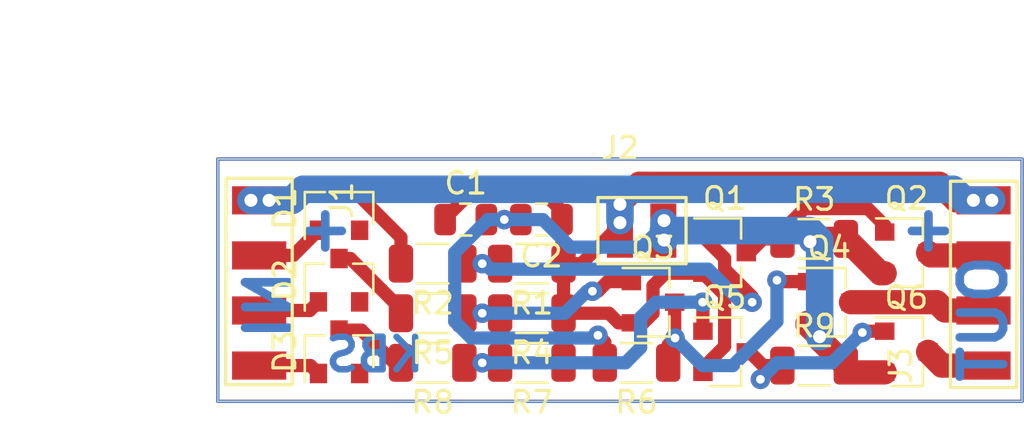
<source format=kicad_pcb>
(kicad_pcb (version 20171130) (host pcbnew 5.1.9-1.fc32)

  (general
    (thickness 1.6)
    (drawings 19)
    (tracks 181)
    (zones 0)
    (modules 23)
    (nets 18)
  )

  (page A4)
  (layers
    (0 F.Cu signal)
    (31 B.Cu signal)
    (32 B.Adhes user hide)
    (33 F.Adhes user hide)
    (34 B.Paste user hide)
    (35 F.Paste user hide)
    (36 B.SilkS user hide)
    (37 F.SilkS user hide)
    (38 B.Mask user hide)
    (39 F.Mask user hide)
    (40 Dwgs.User user)
    (41 Cmts.User user)
    (42 Eco1.User user)
    (43 Eco2.User user)
    (44 Edge.Cuts user)
    (45 Margin user)
    (46 B.CrtYd user)
    (47 F.CrtYd user)
    (48 B.Fab user)
    (49 F.Fab user)
  )

  (setup
    (last_trace_width 0.25)
    (user_trace_width 0.4064)
    (user_trace_width 0.6096)
    (user_trace_width 0.8128)
    (user_trace_width 1.1176)
    (user_trace_width 1.27)
    (user_trace_width 1.6764)
    (trace_clearance 0.2)
    (zone_clearance 0.508)
    (zone_45_only no)
    (trace_min 0.2)
    (via_size 0.8)
    (via_drill 0.4)
    (via_min_size 0.4)
    (via_min_drill 0.3)
    (user_via 0.9 0.4)
    (uvia_size 0.3)
    (uvia_drill 0.1)
    (uvias_allowed no)
    (uvia_min_size 0.2)
    (uvia_min_drill 0.1)
    (edge_width 0.05)
    (segment_width 0.2)
    (pcb_text_width 0.3)
    (pcb_text_size 1.5 1.5)
    (mod_edge_width 0.12)
    (mod_text_size 1 1)
    (mod_text_width 0.15)
    (pad_size 1.524 1.524)
    (pad_drill 0.762)
    (pad_to_mask_clearance 0)
    (aux_axis_origin 0 0)
    (visible_elements FFFDFF7F)
    (pcbplotparams
      (layerselection 0x00000_ffffffff)
      (usegerberextensions false)
      (usegerberattributes true)
      (usegerberadvancedattributes true)
      (creategerberjobfile true)
      (excludeedgelayer true)
      (linewidth 0.100000)
      (plotframeref false)
      (viasonmask true)
      (mode 1)
      (useauxorigin false)
      (hpglpennumber 1)
      (hpglpenspeed 20)
      (hpglpendiameter 15.000000)
      (psnegative false)
      (psa4output false)
      (plotreference true)
      (plotvalue true)
      (plotinvisibletext false)
      (padsonsilk false)
      (subtractmaskfromsilk false)
      (outputformat 4)
      (mirror false)
      (drillshape 1)
      (scaleselection 1)
      (outputdirectory ""))
  )

  (net 0 "")
  (net 1 GND)
  (net 2 +12V)
  (net 3 "Net-(D1-Pad1)")
  (net 4 "Net-(D2-Pad1)")
  (net 5 "Net-(D3-Pad1)")
  (net 6 "Net-(Q1-Pad3)")
  (net 7 "Net-(Q1-Pad1)")
  (net 8 /IN1)
  (net 9 /IN2)
  (net 10 /IN3)
  (net 11 /OUT1)
  (net 12 /OUT2)
  (net 13 /OUT3)
  (net 14 "Net-(Q3-Pad3)")
  (net 15 "Net-(Q3-Pad1)")
  (net 16 "Net-(Q5-Pad1)")
  (net 17 "Net-(Q5-Pad3)")

  (net_class Default "This is the default net class."
    (clearance 0.2)
    (trace_width 0.25)
    (via_dia 0.8)
    (via_drill 0.4)
    (uvia_dia 0.3)
    (uvia_drill 0.1)
    (add_net +12V)
    (add_net /IN1)
    (add_net /IN2)
    (add_net /IN3)
    (add_net /OUT1)
    (add_net /OUT2)
    (add_net /OUT3)
    (add_net GND)
    (add_net "Net-(D1-Pad1)")
    (add_net "Net-(D2-Pad1)")
    (add_net "Net-(D3-Pad1)")
    (add_net "Net-(Q1-Pad1)")
    (add_net "Net-(Q1-Pad3)")
    (add_net "Net-(Q3-Pad1)")
    (add_net "Net-(Q3-Pad3)")
    (add_net "Net-(Q5-Pad1)")
    (add_net "Net-(Q5-Pad3)")
  )

  (module Package_TO_SOT_SMD:SOT-23 (layer F.Cu) (tedit 5A02FF57) (tstamp 60294920)
    (at 178.054 134.366)
    (descr "SOT-23, Standard")
    (tags SOT-23)
    (path /60341AD6)
    (attr smd)
    (fp_text reference Q4 (at 0 -2.5) (layer F.SilkS)
      (effects (font (size 1 1) (thickness 0.15)))
    )
    (fp_text value AO3400A (at 0 2.5) (layer F.Fab)
      (effects (font (size 1 1) (thickness 0.15)))
    )
    (fp_line (start -0.7 -0.95) (end -0.7 1.5) (layer F.Fab) (width 0.1))
    (fp_line (start -0.15 -1.52) (end 0.7 -1.52) (layer F.Fab) (width 0.1))
    (fp_line (start -0.7 -0.95) (end -0.15 -1.52) (layer F.Fab) (width 0.1))
    (fp_line (start 0.7 -1.52) (end 0.7 1.52) (layer F.Fab) (width 0.1))
    (fp_line (start -0.7 1.52) (end 0.7 1.52) (layer F.Fab) (width 0.1))
    (fp_line (start 0.76 1.58) (end 0.76 0.65) (layer F.SilkS) (width 0.12))
    (fp_line (start 0.76 -1.58) (end 0.76 -0.65) (layer F.SilkS) (width 0.12))
    (fp_line (start -1.7 -1.75) (end 1.7 -1.75) (layer F.CrtYd) (width 0.05))
    (fp_line (start 1.7 -1.75) (end 1.7 1.75) (layer F.CrtYd) (width 0.05))
    (fp_line (start 1.7 1.75) (end -1.7 1.75) (layer F.CrtYd) (width 0.05))
    (fp_line (start -1.7 1.75) (end -1.7 -1.75) (layer F.CrtYd) (width 0.05))
    (fp_line (start 0.76 -1.58) (end -1.4 -1.58) (layer F.SilkS) (width 0.12))
    (fp_line (start 0.76 1.58) (end -0.7 1.58) (layer F.SilkS) (width 0.12))
    (fp_text user %R (at 0 0 90) (layer F.Fab)
      (effects (font (size 0.5 0.5) (thickness 0.075)))
    )
    (pad 1 smd rect (at -1 -0.95) (size 0.9 0.8) (layers F.Cu F.Paste F.Mask)
      (net 14 "Net-(Q3-Pad3)"))
    (pad 2 smd rect (at -1 0.95) (size 0.9 0.8) (layers F.Cu F.Paste F.Mask)
      (net 1 GND))
    (pad 3 smd rect (at 1 0) (size 0.9 0.8) (layers F.Cu F.Paste F.Mask)
      (net 12 /OUT2))
    (model ${KISYS3DMOD}/Package_TO_SOT_SMD.3dshapes/SOT-23.wrl
      (at (xyz 0 0 0))
      (scale (xyz 1 1 1))
      (rotate (xyz 0 0 0))
    )
  )

  (module Resistor_SMD:R_1206_3216Metric (layer F.Cu) (tedit 5F68FEEE) (tstamp 602948CE)
    (at 177.3535 137.287)
    (descr "Resistor SMD 1206 (3216 Metric), square (rectangular) end terminal, IPC_7351 nominal, (Body size source: IPC-SM-782 page 72, https://www.pcb-3d.com/wordpress/wp-content/uploads/ipc-sm-782a_amendment_1_and_2.pdf), generated with kicad-footprint-generator")
    (tags resistor)
    (path /60240F3A)
    (attr smd)
    (fp_text reference R9 (at 0 -1.82) (layer F.SilkS)
      (effects (font (size 1 1) (thickness 0.15)))
    )
    (fp_text value 4k7 (at 0 1.82) (layer F.Fab)
      (effects (font (size 1 1) (thickness 0.15)))
    )
    (fp_line (start -1.6 0.8) (end -1.6 -0.8) (layer F.Fab) (width 0.1))
    (fp_line (start -1.6 -0.8) (end 1.6 -0.8) (layer F.Fab) (width 0.1))
    (fp_line (start 1.6 -0.8) (end 1.6 0.8) (layer F.Fab) (width 0.1))
    (fp_line (start 1.6 0.8) (end -1.6 0.8) (layer F.Fab) (width 0.1))
    (fp_line (start -0.727064 -0.91) (end 0.727064 -0.91) (layer F.SilkS) (width 0.12))
    (fp_line (start -0.727064 0.91) (end 0.727064 0.91) (layer F.SilkS) (width 0.12))
    (fp_line (start -2.28 1.12) (end -2.28 -1.12) (layer F.CrtYd) (width 0.05))
    (fp_line (start -2.28 -1.12) (end 2.28 -1.12) (layer F.CrtYd) (width 0.05))
    (fp_line (start 2.28 -1.12) (end 2.28 1.12) (layer F.CrtYd) (width 0.05))
    (fp_line (start 2.28 1.12) (end -2.28 1.12) (layer F.CrtYd) (width 0.05))
    (fp_text user %R (at 0 0) (layer F.Fab)
      (effects (font (size 0.8 0.8) (thickness 0.12)))
    )
    (pad 2 smd roundrect (at 1.4625 0) (size 1.125 1.75) (layers F.Cu F.Paste F.Mask) (roundrect_rratio 0.2222195555555556)
      (net 1 GND))
    (pad 1 smd roundrect (at -1.4625 0) (size 1.125 1.75) (layers F.Cu F.Paste F.Mask) (roundrect_rratio 0.2222195555555556)
      (net 17 "Net-(Q5-Pad3)"))
    (model ${KISYS3DMOD}/Resistor_SMD.3dshapes/R_1206_3216Metric.wrl
      (at (xyz 0 0 0))
      (scale (xyz 1 1 1))
      (rotate (xyz 0 0 0))
    )
  )

  (module Resistor_SMD:R_1206_3216Metric (layer F.Cu) (tedit 5F68FEEE) (tstamp 601EE431)
    (at 159.766 137.16 180)
    (descr "Resistor SMD 1206 (3216 Metric), square (rectangular) end terminal, IPC_7351 nominal, (Body size source: IPC-SM-782 page 72, https://www.pcb-3d.com/wordpress/wp-content/uploads/ipc-sm-782a_amendment_1_and_2.pdf), generated with kicad-footprint-generator")
    (tags resistor)
    (path /60240EF1)
    (attr smd)
    (fp_text reference R8 (at 0 -1.82) (layer F.SilkS)
      (effects (font (size 1 1) (thickness 0.15)))
    )
    (fp_text value 4k7 (at 0 1.82) (layer F.Fab)
      (effects (font (size 1 1) (thickness 0.15)))
    )
    (fp_line (start -1.6 0.8) (end -1.6 -0.8) (layer F.Fab) (width 0.1))
    (fp_line (start -1.6 -0.8) (end 1.6 -0.8) (layer F.Fab) (width 0.1))
    (fp_line (start 1.6 -0.8) (end 1.6 0.8) (layer F.Fab) (width 0.1))
    (fp_line (start 1.6 0.8) (end -1.6 0.8) (layer F.Fab) (width 0.1))
    (fp_line (start -0.727064 -0.91) (end 0.727064 -0.91) (layer F.SilkS) (width 0.12))
    (fp_line (start -0.727064 0.91) (end 0.727064 0.91) (layer F.SilkS) (width 0.12))
    (fp_line (start -2.28 1.12) (end -2.28 -1.12) (layer F.CrtYd) (width 0.05))
    (fp_line (start -2.28 -1.12) (end 2.28 -1.12) (layer F.CrtYd) (width 0.05))
    (fp_line (start 2.28 -1.12) (end 2.28 1.12) (layer F.CrtYd) (width 0.05))
    (fp_line (start 2.28 1.12) (end -2.28 1.12) (layer F.CrtYd) (width 0.05))
    (fp_text user %R (at 0 0) (layer F.Fab)
      (effects (font (size 0.8 0.8) (thickness 0.12)))
    )
    (pad 2 smd roundrect (at 1.4625 0 180) (size 1.125 1.75) (layers F.Cu F.Paste F.Mask) (roundrect_rratio 0.2222195555555556)
      (net 5 "Net-(D3-Pad1)"))
    (pad 1 smd roundrect (at -1.4625 0 180) (size 1.125 1.75) (layers F.Cu F.Paste F.Mask) (roundrect_rratio 0.2222195555555556)
      (net 16 "Net-(Q5-Pad1)"))
    (model ${KISYS3DMOD}/Resistor_SMD.3dshapes/R_1206_3216Metric.wrl
      (at (xyz 0 0 0))
      (scale (xyz 1 1 1))
      (rotate (xyz 0 0 0))
    )
  )

  (module Resistor_SMD:R_1206_3216Metric (layer F.Cu) (tedit 5F68FEEE) (tstamp 601EE420)
    (at 164.338 137.16 180)
    (descr "Resistor SMD 1206 (3216 Metric), square (rectangular) end terminal, IPC_7351 nominal, (Body size source: IPC-SM-782 page 72, https://www.pcb-3d.com/wordpress/wp-content/uploads/ipc-sm-782a_amendment_1_and_2.pdf), generated with kicad-footprint-generator")
    (tags resistor)
    (path /60240F28)
    (attr smd)
    (fp_text reference R7 (at 0 -1.82) (layer F.SilkS)
      (effects (font (size 1 1) (thickness 0.15)))
    )
    (fp_text value 4k7 (at 0 1.82) (layer F.Fab)
      (effects (font (size 1 1) (thickness 0.15)))
    )
    (fp_line (start -1.6 0.8) (end -1.6 -0.8) (layer F.Fab) (width 0.1))
    (fp_line (start -1.6 -0.8) (end 1.6 -0.8) (layer F.Fab) (width 0.1))
    (fp_line (start 1.6 -0.8) (end 1.6 0.8) (layer F.Fab) (width 0.1))
    (fp_line (start 1.6 0.8) (end -1.6 0.8) (layer F.Fab) (width 0.1))
    (fp_line (start -0.727064 -0.91) (end 0.727064 -0.91) (layer F.SilkS) (width 0.12))
    (fp_line (start -0.727064 0.91) (end 0.727064 0.91) (layer F.SilkS) (width 0.12))
    (fp_line (start -2.28 1.12) (end -2.28 -1.12) (layer F.CrtYd) (width 0.05))
    (fp_line (start -2.28 -1.12) (end 2.28 -1.12) (layer F.CrtYd) (width 0.05))
    (fp_line (start 2.28 -1.12) (end 2.28 1.12) (layer F.CrtYd) (width 0.05))
    (fp_line (start 2.28 1.12) (end -2.28 1.12) (layer F.CrtYd) (width 0.05))
    (fp_text user %R (at 0 0) (layer F.Fab)
      (effects (font (size 0.8 0.8) (thickness 0.12)))
    )
    (pad 2 smd roundrect (at 1.4625 0 180) (size 1.125 1.75) (layers F.Cu F.Paste F.Mask) (roundrect_rratio 0.2222195555555556)
      (net 16 "Net-(Q5-Pad1)"))
    (pad 1 smd roundrect (at -1.4625 0 180) (size 1.125 1.75) (layers F.Cu F.Paste F.Mask) (roundrect_rratio 0.2222195555555556)
      (net 2 +12V))
    (model ${KISYS3DMOD}/Resistor_SMD.3dshapes/R_1206_3216Metric.wrl
      (at (xyz 0 0 0))
      (scale (xyz 1 1 1))
      (rotate (xyz 0 0 0))
    )
  )

  (module Package_TO_SOT_SMD:SOT-23 (layer F.Cu) (tedit 5A02FF57) (tstamp 601EE37F)
    (at 173.228 136.652)
    (descr "SOT-23, Standard")
    (tags SOT-23)
    (path /60240EE7)
    (attr smd)
    (fp_text reference Q5 (at 0 -2.5) (layer F.SilkS)
      (effects (font (size 1 1) (thickness 0.15)))
    )
    (fp_text value MMBT3906 (at 0 2.5) (layer F.Fab)
      (effects (font (size 1 1) (thickness 0.15)))
    )
    (fp_line (start -0.7 -0.95) (end -0.7 1.5) (layer F.Fab) (width 0.1))
    (fp_line (start -0.15 -1.52) (end 0.7 -1.52) (layer F.Fab) (width 0.1))
    (fp_line (start -0.7 -0.95) (end -0.15 -1.52) (layer F.Fab) (width 0.1))
    (fp_line (start 0.7 -1.52) (end 0.7 1.52) (layer F.Fab) (width 0.1))
    (fp_line (start -0.7 1.52) (end 0.7 1.52) (layer F.Fab) (width 0.1))
    (fp_line (start 0.76 1.58) (end 0.76 0.65) (layer F.SilkS) (width 0.12))
    (fp_line (start 0.76 -1.58) (end 0.76 -0.65) (layer F.SilkS) (width 0.12))
    (fp_line (start -1.7 -1.75) (end 1.7 -1.75) (layer F.CrtYd) (width 0.05))
    (fp_line (start 1.7 -1.75) (end 1.7 1.75) (layer F.CrtYd) (width 0.05))
    (fp_line (start 1.7 1.75) (end -1.7 1.75) (layer F.CrtYd) (width 0.05))
    (fp_line (start -1.7 1.75) (end -1.7 -1.75) (layer F.CrtYd) (width 0.05))
    (fp_line (start 0.76 -1.58) (end -1.4 -1.58) (layer F.SilkS) (width 0.12))
    (fp_line (start 0.76 1.58) (end -0.7 1.58) (layer F.SilkS) (width 0.12))
    (fp_text user %R (at 0 0 90) (layer F.Fab)
      (effects (font (size 0.5 0.5) (thickness 0.075)))
    )
    (pad 3 smd rect (at 1 0) (size 0.9 0.8) (layers F.Cu F.Paste F.Mask)
      (net 17 "Net-(Q5-Pad3)"))
    (pad 2 smd rect (at -1 0.95) (size 0.9 0.8) (layers F.Cu F.Paste F.Mask)
      (net 2 +12V))
    (pad 1 smd rect (at -1 -0.95) (size 0.9 0.8) (layers F.Cu F.Paste F.Mask)
      (net 16 "Net-(Q5-Pad1)"))
    (model ${KISYS3DMOD}/Package_TO_SOT_SMD.3dshapes/SOT-23.wrl
      (at (xyz 0 0 0))
      (scale (xyz 1 1 1))
      (rotate (xyz 0 0 0))
    )
  )

  (module libs:solderpad_2 (layer F.Cu) (tedit 5F921DE5) (tstamp 601EF43E)
    (at 168.402 131.064)
    (path /601FF7DA)
    (fp_text reference J2 (at 0 -3.81) (layer F.SilkS)
      (effects (font (size 1 1) (thickness 0.15)))
    )
    (fp_text value sup (at -1.27 -2.54) (layer F.Fab)
      (effects (font (size 1 1) (thickness 0.15)))
    )
    (fp_line (start -1.016 -1.524) (end 3.048 -1.524) (layer F.SilkS) (width 0.15))
    (fp_line (start 3.048 -1.524) (end 3.048 1.524) (layer F.SilkS) (width 0.15))
    (fp_line (start 3.048 1.524) (end -1.016 1.524) (layer F.SilkS) (width 0.15))
    (fp_line (start -1.016 -1.524) (end -1.016 1.524) (layer F.SilkS) (width 0.15))
    (fp_line (start -1.016 -1.524) (end 3.048 -1.524) (layer F.CrtYd) (width 0.12))
    (fp_line (start 3.048 -1.524) (end 3.048 1.524) (layer F.CrtYd) (width 0.12))
    (fp_line (start 3.048 1.524) (end -1.016 1.524) (layer F.CrtYd) (width 0.12))
    (fp_line (start -1.016 1.524) (end -1.016 -1.524) (layer F.CrtYd) (width 0.12))
    (pad 2 smd rect (at 2 0 90) (size 2.5 1.2) (layers F.Cu F.Paste F.Mask)
      (net 1 GND))
    (pad 1 smd rect (at 0 0 90) (size 2.5 1.2) (layers F.Cu F.Paste F.Mask)
      (net 2 +12V))
  )

  (module Capacitor_SMD:C_0805_2012Metric (layer F.Cu) (tedit 5F68FEEE) (tstamp 601EE271)
    (at 164.78 130.556 180)
    (descr "Capacitor SMD 0805 (2012 Metric), square (rectangular) end terminal, IPC_7351 nominal, (Body size source: IPC-SM-782 page 76, https://www.pcb-3d.com/wordpress/wp-content/uploads/ipc-sm-782a_amendment_1_and_2.pdf, https://docs.google.com/spreadsheets/d/1BsfQQcO9C6DZCsRaXUlFlo91Tg2WpOkGARC1WS5S8t0/edit?usp=sharing), generated with kicad-footprint-generator")
    (tags capacitor)
    (path /6021FCB3)
    (attr smd)
    (fp_text reference C2 (at 0 -1.68) (layer F.SilkS)
      (effects (font (size 1 1) (thickness 0.15)))
    )
    (fp_text value 100n (at 0 1.68) (layer F.Fab)
      (effects (font (size 1 1) (thickness 0.15)))
    )
    (fp_line (start -1 0.625) (end -1 -0.625) (layer F.Fab) (width 0.1))
    (fp_line (start -1 -0.625) (end 1 -0.625) (layer F.Fab) (width 0.1))
    (fp_line (start 1 -0.625) (end 1 0.625) (layer F.Fab) (width 0.1))
    (fp_line (start 1 0.625) (end -1 0.625) (layer F.Fab) (width 0.1))
    (fp_line (start -0.261252 -0.735) (end 0.261252 -0.735) (layer F.SilkS) (width 0.12))
    (fp_line (start -0.261252 0.735) (end 0.261252 0.735) (layer F.SilkS) (width 0.12))
    (fp_line (start -1.7 0.98) (end -1.7 -0.98) (layer F.CrtYd) (width 0.05))
    (fp_line (start -1.7 -0.98) (end 1.7 -0.98) (layer F.CrtYd) (width 0.05))
    (fp_line (start 1.7 -0.98) (end 1.7 0.98) (layer F.CrtYd) (width 0.05))
    (fp_line (start 1.7 0.98) (end -1.7 0.98) (layer F.CrtYd) (width 0.05))
    (fp_text user %R (at 0 0) (layer F.Fab)
      (effects (font (size 0.5 0.5) (thickness 0.08)))
    )
    (pad 2 smd roundrect (at 0.95 0 180) (size 1 1.45) (layers F.Cu F.Paste F.Mask) (roundrect_rratio 0.25)
      (net 1 GND))
    (pad 1 smd roundrect (at -0.95 0 180) (size 1 1.45) (layers F.Cu F.Paste F.Mask) (roundrect_rratio 0.25)
      (net 2 +12V))
    (model ${KISYS3DMOD}/Capacitor_SMD.3dshapes/C_0805_2012Metric.wrl
      (at (xyz 0 0 0))
      (scale (xyz 1 1 1))
      (rotate (xyz 0 0 0))
    )
  )

  (module Capacitor_SMD:C_0805_2012Metric (layer F.Cu) (tedit 5F68FEEE) (tstamp 601EE260)
    (at 161.29 130.556)
    (descr "Capacitor SMD 0805 (2012 Metric), square (rectangular) end terminal, IPC_7351 nominal, (Body size source: IPC-SM-782 page 76, https://www.pcb-3d.com/wordpress/wp-content/uploads/ipc-sm-782a_amendment_1_and_2.pdf, https://docs.google.com/spreadsheets/d/1BsfQQcO9C6DZCsRaXUlFlo91Tg2WpOkGARC1WS5S8t0/edit?usp=sharing), generated with kicad-footprint-generator")
    (tags capacitor)
    (path /6020E842)
    (attr smd)
    (fp_text reference C1 (at 0 -1.68) (layer F.SilkS)
      (effects (font (size 1 1) (thickness 0.15)))
    )
    (fp_text value 1u (at 0 1.68) (layer F.Fab)
      (effects (font (size 1 1) (thickness 0.15)))
    )
    (fp_line (start -1 0.625) (end -1 -0.625) (layer F.Fab) (width 0.1))
    (fp_line (start -1 -0.625) (end 1 -0.625) (layer F.Fab) (width 0.1))
    (fp_line (start 1 -0.625) (end 1 0.625) (layer F.Fab) (width 0.1))
    (fp_line (start 1 0.625) (end -1 0.625) (layer F.Fab) (width 0.1))
    (fp_line (start -0.261252 -0.735) (end 0.261252 -0.735) (layer F.SilkS) (width 0.12))
    (fp_line (start -0.261252 0.735) (end 0.261252 0.735) (layer F.SilkS) (width 0.12))
    (fp_line (start -1.7 0.98) (end -1.7 -0.98) (layer F.CrtYd) (width 0.05))
    (fp_line (start -1.7 -0.98) (end 1.7 -0.98) (layer F.CrtYd) (width 0.05))
    (fp_line (start 1.7 -0.98) (end 1.7 0.98) (layer F.CrtYd) (width 0.05))
    (fp_line (start 1.7 0.98) (end -1.7 0.98) (layer F.CrtYd) (width 0.05))
    (fp_text user %R (at 0 0) (layer F.Fab)
      (effects (font (size 0.5 0.5) (thickness 0.08)))
    )
    (pad 2 smd roundrect (at 0.95 0) (size 1 1.45) (layers F.Cu F.Paste F.Mask) (roundrect_rratio 0.25)
      (net 1 GND))
    (pad 1 smd roundrect (at -0.95 0) (size 1 1.45) (layers F.Cu F.Paste F.Mask) (roundrect_rratio 0.25)
      (net 2 +12V))
    (model ${KISYS3DMOD}/Capacitor_SMD.3dshapes/C_0805_2012Metric.wrl
      (at (xyz 0 0 0))
      (scale (xyz 1 1 1))
      (rotate (xyz 0 0 0))
    )
  )

  (module Diode_SMD:D_SOT-23_ANK (layer F.Cu) (tedit 587CCEF9) (tstamp 601FF681)
    (at 155.448 136.652 90)
    (descr "SOT-23, Single Diode")
    (tags SOT-23)
    (path /60240EDD)
    (attr smd)
    (fp_text reference D3 (at 0 -2.5 90) (layer F.SilkS)
      (effects (font (size 1 1) (thickness 0.15)))
    )
    (fp_text value 3V9 (at 0 2.5 90) (layer F.Fab)
      (effects (font (size 1 1) (thickness 0.15)))
    )
    (fp_line (start 0.76 1.58) (end -0.7 1.58) (layer F.SilkS) (width 0.12))
    (fp_line (start -0.7 -1.52) (end -0.7 1.52) (layer F.Fab) (width 0.1))
    (fp_line (start -0.7 -1.52) (end 0.7 -1.52) (layer F.Fab) (width 0.1))
    (fp_line (start 0.76 -1.58) (end -1.4 -1.58) (layer F.SilkS) (width 0.12))
    (fp_line (start -1.7 1.75) (end -1.7 -1.75) (layer F.CrtYd) (width 0.05))
    (fp_line (start 1.7 1.75) (end -1.7 1.75) (layer F.CrtYd) (width 0.05))
    (fp_line (start 1.7 -1.75) (end 1.7 1.75) (layer F.CrtYd) (width 0.05))
    (fp_line (start -1.7 -1.75) (end 1.7 -1.75) (layer F.CrtYd) (width 0.05))
    (fp_line (start -0.7 1.52) (end 0.7 1.52) (layer F.Fab) (width 0.1))
    (fp_line (start 0.7 -1.52) (end 0.7 1.52) (layer F.Fab) (width 0.1))
    (fp_line (start 0.76 -1.58) (end 0.76 -0.65) (layer F.SilkS) (width 0.12))
    (fp_line (start 0.76 1.58) (end 0.76 0.65) (layer F.SilkS) (width 0.12))
    (fp_line (start 0.15 -0.65) (end 0.15 -0.25) (layer F.Fab) (width 0.1))
    (fp_line (start 0.15 -0.45) (end 0.4 -0.45) (layer F.Fab) (width 0.1))
    (fp_line (start 0.15 -0.45) (end -0.15 -0.65) (layer F.Fab) (width 0.1))
    (fp_line (start -0.15 -0.65) (end -0.15 -0.25) (layer F.Fab) (width 0.1))
    (fp_line (start -0.15 -0.25) (end 0.15 -0.45) (layer F.Fab) (width 0.1))
    (fp_line (start -0.15 -0.45) (end -0.4 -0.45) (layer F.Fab) (width 0.1))
    (fp_text user %R (at 0 -2.5 90) (layer F.Fab)
      (effects (font (size 1 1) (thickness 0.15)))
    )
    (pad 1 smd rect (at 1 0 90) (size 0.9 0.8) (layers F.Cu F.Paste F.Mask)
      (net 5 "Net-(D3-Pad1)"))
    (pad "" smd rect (at -1 0.95 90) (size 0.9 0.8) (layers F.Cu F.Paste F.Mask))
    (pad 2 smd rect (at -1 -0.95 90) (size 0.9 0.8) (layers F.Cu F.Paste F.Mask)
      (net 10 /IN3))
    (model ${KISYS3DMOD}/Diode_SMD.3dshapes/D_SOT-23.wrl
      (at (xyz 0 0 0))
      (scale (xyz 1 1 1))
      (rotate (xyz 0 0 0))
    )
  )

  (module Diode_SMD:D_SOT-23_ANK (layer F.Cu) (tedit 587CCEF9) (tstamp 602936DF)
    (at 155.448 130.048 90)
    (descr "SOT-23, Single Diode")
    (tags SOT-23)
    (path /6035CA2F)
    (attr smd)
    (fp_text reference D1 (at 0 -2.5 90) (layer F.SilkS)
      (effects (font (size 1 1) (thickness 0.15)))
    )
    (fp_text value 3V9 (at 0 2.5 90) (layer F.Fab)
      (effects (font (size 1 1) (thickness 0.15)))
    )
    (fp_line (start 0.76 1.58) (end -0.7 1.58) (layer F.SilkS) (width 0.12))
    (fp_line (start -0.7 -1.52) (end -0.7 1.52) (layer F.Fab) (width 0.1))
    (fp_line (start -0.7 -1.52) (end 0.7 -1.52) (layer F.Fab) (width 0.1))
    (fp_line (start 0.76 -1.58) (end -1.4 -1.58) (layer F.SilkS) (width 0.12))
    (fp_line (start -1.7 1.75) (end -1.7 -1.75) (layer F.CrtYd) (width 0.05))
    (fp_line (start 1.7 1.75) (end -1.7 1.75) (layer F.CrtYd) (width 0.05))
    (fp_line (start 1.7 -1.75) (end 1.7 1.75) (layer F.CrtYd) (width 0.05))
    (fp_line (start -1.7 -1.75) (end 1.7 -1.75) (layer F.CrtYd) (width 0.05))
    (fp_line (start -0.7 1.52) (end 0.7 1.52) (layer F.Fab) (width 0.1))
    (fp_line (start 0.7 -1.52) (end 0.7 1.52) (layer F.Fab) (width 0.1))
    (fp_line (start 0.76 -1.58) (end 0.76 -0.65) (layer F.SilkS) (width 0.12))
    (fp_line (start 0.76 1.58) (end 0.76 0.65) (layer F.SilkS) (width 0.12))
    (fp_line (start 0.15 -0.65) (end 0.15 -0.25) (layer F.Fab) (width 0.1))
    (fp_line (start 0.15 -0.45) (end 0.4 -0.45) (layer F.Fab) (width 0.1))
    (fp_line (start 0.15 -0.45) (end -0.15 -0.65) (layer F.Fab) (width 0.1))
    (fp_line (start -0.15 -0.65) (end -0.15 -0.25) (layer F.Fab) (width 0.1))
    (fp_line (start -0.15 -0.25) (end 0.15 -0.45) (layer F.Fab) (width 0.1))
    (fp_line (start -0.15 -0.45) (end -0.4 -0.45) (layer F.Fab) (width 0.1))
    (fp_text user %R (at 0 -2.5 90) (layer F.Fab)
      (effects (font (size 1 1) (thickness 0.15)))
    )
    (pad 1 smd rect (at 1 0 90) (size 0.9 0.8) (layers F.Cu F.Paste F.Mask)
      (net 3 "Net-(D1-Pad1)"))
    (pad "" smd rect (at -1 0.95 90) (size 0.9 0.8) (layers F.Cu F.Paste F.Mask))
    (pad 2 smd rect (at -1 -0.95 90) (size 0.9 0.8) (layers F.Cu F.Paste F.Mask)
      (net 8 /IN1))
    (model ${KISYS3DMOD}/Diode_SMD.3dshapes/D_SOT-23.wrl
      (at (xyz 0 0 0))
      (scale (xyz 1 1 1))
      (rotate (xyz 0 0 0))
    )
  )

  (module Diode_SMD:D_SOT-23_ANK (layer F.Cu) (tedit 587CCEF9) (tstamp 602936F9)
    (at 155.448 133.35 90)
    (descr "SOT-23, Single Diode")
    (tags SOT-23)
    (path /60341CE8)
    (attr smd)
    (fp_text reference D2 (at 0 -2.5 90) (layer F.SilkS)
      (effects (font (size 1 1) (thickness 0.15)))
    )
    (fp_text value 3V9 (at 0 2.5 90) (layer F.Fab)
      (effects (font (size 1 1) (thickness 0.15)))
    )
    (fp_line (start -0.15 -0.45) (end -0.4 -0.45) (layer F.Fab) (width 0.1))
    (fp_line (start -0.15 -0.25) (end 0.15 -0.45) (layer F.Fab) (width 0.1))
    (fp_line (start -0.15 -0.65) (end -0.15 -0.25) (layer F.Fab) (width 0.1))
    (fp_line (start 0.15 -0.45) (end -0.15 -0.65) (layer F.Fab) (width 0.1))
    (fp_line (start 0.15 -0.45) (end 0.4 -0.45) (layer F.Fab) (width 0.1))
    (fp_line (start 0.15 -0.65) (end 0.15 -0.25) (layer F.Fab) (width 0.1))
    (fp_line (start 0.76 1.58) (end 0.76 0.65) (layer F.SilkS) (width 0.12))
    (fp_line (start 0.76 -1.58) (end 0.76 -0.65) (layer F.SilkS) (width 0.12))
    (fp_line (start 0.7 -1.52) (end 0.7 1.52) (layer F.Fab) (width 0.1))
    (fp_line (start -0.7 1.52) (end 0.7 1.52) (layer F.Fab) (width 0.1))
    (fp_line (start -1.7 -1.75) (end 1.7 -1.75) (layer F.CrtYd) (width 0.05))
    (fp_line (start 1.7 -1.75) (end 1.7 1.75) (layer F.CrtYd) (width 0.05))
    (fp_line (start 1.7 1.75) (end -1.7 1.75) (layer F.CrtYd) (width 0.05))
    (fp_line (start -1.7 1.75) (end -1.7 -1.75) (layer F.CrtYd) (width 0.05))
    (fp_line (start 0.76 -1.58) (end -1.4 -1.58) (layer F.SilkS) (width 0.12))
    (fp_line (start -0.7 -1.52) (end 0.7 -1.52) (layer F.Fab) (width 0.1))
    (fp_line (start -0.7 -1.52) (end -0.7 1.52) (layer F.Fab) (width 0.1))
    (fp_line (start 0.76 1.58) (end -0.7 1.58) (layer F.SilkS) (width 0.12))
    (fp_text user %R (at 0 -2.5 90) (layer F.Fab)
      (effects (font (size 1 1) (thickness 0.15)))
    )
    (pad 2 smd rect (at -1 -0.95 90) (size 0.9 0.8) (layers F.Cu F.Paste F.Mask)
      (net 9 /IN2))
    (pad "" smd rect (at -1 0.95 90) (size 0.9 0.8) (layers F.Cu F.Paste F.Mask))
    (pad 1 smd rect (at 1 0 90) (size 0.9 0.8) (layers F.Cu F.Paste F.Mask)
      (net 4 "Net-(D2-Pad1)"))
    (model ${KISYS3DMOD}/Diode_SMD.3dshapes/D_SOT-23.wrl
      (at (xyz 0 0 0))
      (scale (xyz 1 1 1))
      (rotate (xyz 0 0 0))
    )
  )

  (module Package_TO_SOT_SMD:SOT-23 (layer F.Cu) (tedit 5A02FF57) (tstamp 602939B6)
    (at 173.228 132.08)
    (descr "SOT-23, Standard")
    (tags SOT-23)
    (path /6035CA39)
    (attr smd)
    (fp_text reference Q1 (at 0 -2.5) (layer F.SilkS)
      (effects (font (size 1 1) (thickness 0.15)))
    )
    (fp_text value MMBT3906 (at 0 2.5) (layer F.Fab)
      (effects (font (size 1 1) (thickness 0.15)))
    )
    (fp_line (start -0.7 -0.95) (end -0.7 1.5) (layer F.Fab) (width 0.1))
    (fp_line (start -0.15 -1.52) (end 0.7 -1.52) (layer F.Fab) (width 0.1))
    (fp_line (start -0.7 -0.95) (end -0.15 -1.52) (layer F.Fab) (width 0.1))
    (fp_line (start 0.7 -1.52) (end 0.7 1.52) (layer F.Fab) (width 0.1))
    (fp_line (start -0.7 1.52) (end 0.7 1.52) (layer F.Fab) (width 0.1))
    (fp_line (start 0.76 1.58) (end 0.76 0.65) (layer F.SilkS) (width 0.12))
    (fp_line (start 0.76 -1.58) (end 0.76 -0.65) (layer F.SilkS) (width 0.12))
    (fp_line (start -1.7 -1.75) (end 1.7 -1.75) (layer F.CrtYd) (width 0.05))
    (fp_line (start 1.7 -1.75) (end 1.7 1.75) (layer F.CrtYd) (width 0.05))
    (fp_line (start 1.7 1.75) (end -1.7 1.75) (layer F.CrtYd) (width 0.05))
    (fp_line (start -1.7 1.75) (end -1.7 -1.75) (layer F.CrtYd) (width 0.05))
    (fp_line (start 0.76 -1.58) (end -1.4 -1.58) (layer F.SilkS) (width 0.12))
    (fp_line (start 0.76 1.58) (end -0.7 1.58) (layer F.SilkS) (width 0.12))
    (fp_text user %R (at 0 0 90) (layer F.Fab)
      (effects (font (size 0.5 0.5) (thickness 0.075)))
    )
    (pad 1 smd rect (at -1 -0.95) (size 0.9 0.8) (layers F.Cu F.Paste F.Mask)
      (net 7 "Net-(Q1-Pad1)"))
    (pad 2 smd rect (at -1 0.95) (size 0.9 0.8) (layers F.Cu F.Paste F.Mask)
      (net 2 +12V))
    (pad 3 smd rect (at 1 0) (size 0.9 0.8) (layers F.Cu F.Paste F.Mask)
      (net 6 "Net-(Q1-Pad3)"))
    (model ${KISYS3DMOD}/Package_TO_SOT_SMD.3dshapes/SOT-23.wrl
      (at (xyz 0 0 0))
      (scale (xyz 1 1 1))
      (rotate (xyz 0 0 0))
    )
  )

  (module Package_TO_SOT_SMD:SOT-23 (layer F.Cu) (tedit 5A02FF57) (tstamp 6029495C)
    (at 181.61 132.08)
    (descr "SOT-23, Standard")
    (tags SOT-23)
    (path /6035C66B)
    (attr smd)
    (fp_text reference Q2 (at 0 -2.5) (layer F.SilkS)
      (effects (font (size 1 1) (thickness 0.15)))
    )
    (fp_text value AO3400A (at 0 2.5) (layer F.Fab)
      (effects (font (size 1 1) (thickness 0.15)))
    )
    (fp_line (start 0.76 1.58) (end -0.7 1.58) (layer F.SilkS) (width 0.12))
    (fp_line (start 0.76 -1.58) (end -1.4 -1.58) (layer F.SilkS) (width 0.12))
    (fp_line (start -1.7 1.75) (end -1.7 -1.75) (layer F.CrtYd) (width 0.05))
    (fp_line (start 1.7 1.75) (end -1.7 1.75) (layer F.CrtYd) (width 0.05))
    (fp_line (start 1.7 -1.75) (end 1.7 1.75) (layer F.CrtYd) (width 0.05))
    (fp_line (start -1.7 -1.75) (end 1.7 -1.75) (layer F.CrtYd) (width 0.05))
    (fp_line (start 0.76 -1.58) (end 0.76 -0.65) (layer F.SilkS) (width 0.12))
    (fp_line (start 0.76 1.58) (end 0.76 0.65) (layer F.SilkS) (width 0.12))
    (fp_line (start -0.7 1.52) (end 0.7 1.52) (layer F.Fab) (width 0.1))
    (fp_line (start 0.7 -1.52) (end 0.7 1.52) (layer F.Fab) (width 0.1))
    (fp_line (start -0.7 -0.95) (end -0.15 -1.52) (layer F.Fab) (width 0.1))
    (fp_line (start -0.15 -1.52) (end 0.7 -1.52) (layer F.Fab) (width 0.1))
    (fp_line (start -0.7 -0.95) (end -0.7 1.5) (layer F.Fab) (width 0.1))
    (fp_text user %R (at 0 0 90) (layer F.Fab)
      (effects (font (size 0.5 0.5) (thickness 0.075)))
    )
    (pad 3 smd rect (at 1 0) (size 0.9 0.8) (layers F.Cu F.Paste F.Mask)
      (net 11 /OUT1))
    (pad 2 smd rect (at -1 0.95) (size 0.9 0.8) (layers F.Cu F.Paste F.Mask)
      (net 1 GND))
    (pad 1 smd rect (at -1 -0.95) (size 0.9 0.8) (layers F.Cu F.Paste F.Mask)
      (net 6 "Net-(Q1-Pad3)"))
    (model ${KISYS3DMOD}/Package_TO_SOT_SMD.3dshapes/SOT-23.wrl
      (at (xyz 0 0 0))
      (scale (xyz 1 1 1))
      (rotate (xyz 0 0 0))
    )
  )

  (module Package_TO_SOT_SMD:SOT-23 (layer F.Cu) (tedit 5A02FF57) (tstamp 60293738)
    (at 169.926 134.366)
    (descr "SOT-23, Standard")
    (tags SOT-23)
    (path /60341CF2)
    (attr smd)
    (fp_text reference Q3 (at 0 -2.5) (layer F.SilkS)
      (effects (font (size 1 1) (thickness 0.15)))
    )
    (fp_text value MMBT3906 (at 0 2.5) (layer F.Fab)
      (effects (font (size 1 1) (thickness 0.15)))
    )
    (fp_line (start -0.7 -0.95) (end -0.7 1.5) (layer F.Fab) (width 0.1))
    (fp_line (start -0.15 -1.52) (end 0.7 -1.52) (layer F.Fab) (width 0.1))
    (fp_line (start -0.7 -0.95) (end -0.15 -1.52) (layer F.Fab) (width 0.1))
    (fp_line (start 0.7 -1.52) (end 0.7 1.52) (layer F.Fab) (width 0.1))
    (fp_line (start -0.7 1.52) (end 0.7 1.52) (layer F.Fab) (width 0.1))
    (fp_line (start 0.76 1.58) (end 0.76 0.65) (layer F.SilkS) (width 0.12))
    (fp_line (start 0.76 -1.58) (end 0.76 -0.65) (layer F.SilkS) (width 0.12))
    (fp_line (start -1.7 -1.75) (end 1.7 -1.75) (layer F.CrtYd) (width 0.05))
    (fp_line (start 1.7 -1.75) (end 1.7 1.75) (layer F.CrtYd) (width 0.05))
    (fp_line (start 1.7 1.75) (end -1.7 1.75) (layer F.CrtYd) (width 0.05))
    (fp_line (start -1.7 1.75) (end -1.7 -1.75) (layer F.CrtYd) (width 0.05))
    (fp_line (start 0.76 -1.58) (end -1.4 -1.58) (layer F.SilkS) (width 0.12))
    (fp_line (start 0.76 1.58) (end -0.7 1.58) (layer F.SilkS) (width 0.12))
    (fp_text user %R (at 0 0 90) (layer F.Fab)
      (effects (font (size 0.5 0.5) (thickness 0.075)))
    )
    (pad 1 smd rect (at -1 -0.95) (size 0.9 0.8) (layers F.Cu F.Paste F.Mask)
      (net 15 "Net-(Q3-Pad1)"))
    (pad 2 smd rect (at -1 0.95) (size 0.9 0.8) (layers F.Cu F.Paste F.Mask)
      (net 2 +12V))
    (pad 3 smd rect (at 1 0) (size 0.9 0.8) (layers F.Cu F.Paste F.Mask)
      (net 14 "Net-(Q3-Pad3)"))
    (model ${KISYS3DMOD}/Package_TO_SOT_SMD.3dshapes/SOT-23.wrl
      (at (xyz 0 0 0))
      (scale (xyz 1 1 1))
      (rotate (xyz 0 0 0))
    )
  )

  (module Package_TO_SOT_SMD:SOT-23 (layer F.Cu) (tedit 5A02FF57) (tstamp 60294896)
    (at 181.61 136.652)
    (descr "SOT-23, Standard")
    (tags SOT-23)
    (path /60240ED3)
    (attr smd)
    (fp_text reference Q6 (at 0 -2.5) (layer F.SilkS)
      (effects (font (size 1 1) (thickness 0.15)))
    )
    (fp_text value AO3400A (at 0 2.5) (layer F.Fab)
      (effects (font (size 1 1) (thickness 0.15)))
    )
    (fp_line (start 0.76 1.58) (end -0.7 1.58) (layer F.SilkS) (width 0.12))
    (fp_line (start 0.76 -1.58) (end -1.4 -1.58) (layer F.SilkS) (width 0.12))
    (fp_line (start -1.7 1.75) (end -1.7 -1.75) (layer F.CrtYd) (width 0.05))
    (fp_line (start 1.7 1.75) (end -1.7 1.75) (layer F.CrtYd) (width 0.05))
    (fp_line (start 1.7 -1.75) (end 1.7 1.75) (layer F.CrtYd) (width 0.05))
    (fp_line (start -1.7 -1.75) (end 1.7 -1.75) (layer F.CrtYd) (width 0.05))
    (fp_line (start 0.76 -1.58) (end 0.76 -0.65) (layer F.SilkS) (width 0.12))
    (fp_line (start 0.76 1.58) (end 0.76 0.65) (layer F.SilkS) (width 0.12))
    (fp_line (start -0.7 1.52) (end 0.7 1.52) (layer F.Fab) (width 0.1))
    (fp_line (start 0.7 -1.52) (end 0.7 1.52) (layer F.Fab) (width 0.1))
    (fp_line (start -0.7 -0.95) (end -0.15 -1.52) (layer F.Fab) (width 0.1))
    (fp_line (start -0.15 -1.52) (end 0.7 -1.52) (layer F.Fab) (width 0.1))
    (fp_line (start -0.7 -0.95) (end -0.7 1.5) (layer F.Fab) (width 0.1))
    (fp_text user %R (at 0 0 90) (layer F.Fab)
      (effects (font (size 0.5 0.5) (thickness 0.075)))
    )
    (pad 3 smd rect (at 1 0) (size 0.9 0.8) (layers F.Cu F.Paste F.Mask)
      (net 13 /OUT3))
    (pad 2 smd rect (at -1 0.95) (size 0.9 0.8) (layers F.Cu F.Paste F.Mask)
      (net 1 GND))
    (pad 1 smd rect (at -1 -0.95) (size 0.9 0.8) (layers F.Cu F.Paste F.Mask)
      (net 17 "Net-(Q5-Pad3)"))
    (model ${KISYS3DMOD}/Package_TO_SOT_SMD.3dshapes/SOT-23.wrl
      (at (xyz 0 0 0))
      (scale (xyz 1 1 1))
      (rotate (xyz 0 0 0))
    )
  )

  (module Resistor_SMD:R_1206_3216Metric (layer F.Cu) (tedit 5F68FEEE) (tstamp 6029376F)
    (at 159.766 132.588 180)
    (descr "Resistor SMD 1206 (3216 Metric), square (rectangular) end terminal, IPC_7351 nominal, (Body size source: IPC-SM-782 page 72, https://www.pcb-3d.com/wordpress/wp-content/uploads/ipc-sm-782a_amendment_1_and_2.pdf), generated with kicad-footprint-generator")
    (tags resistor)
    (path /6035CA43)
    (attr smd)
    (fp_text reference R2 (at 0 -1.82) (layer F.SilkS)
      (effects (font (size 1 1) (thickness 0.15)))
    )
    (fp_text value 4k7 (at 0 1.82) (layer F.Fab)
      (effects (font (size 1 1) (thickness 0.15)))
    )
    (fp_line (start -1.6 0.8) (end -1.6 -0.8) (layer F.Fab) (width 0.1))
    (fp_line (start -1.6 -0.8) (end 1.6 -0.8) (layer F.Fab) (width 0.1))
    (fp_line (start 1.6 -0.8) (end 1.6 0.8) (layer F.Fab) (width 0.1))
    (fp_line (start 1.6 0.8) (end -1.6 0.8) (layer F.Fab) (width 0.1))
    (fp_line (start -0.727064 -0.91) (end 0.727064 -0.91) (layer F.SilkS) (width 0.12))
    (fp_line (start -0.727064 0.91) (end 0.727064 0.91) (layer F.SilkS) (width 0.12))
    (fp_line (start -2.28 1.12) (end -2.28 -1.12) (layer F.CrtYd) (width 0.05))
    (fp_line (start -2.28 -1.12) (end 2.28 -1.12) (layer F.CrtYd) (width 0.05))
    (fp_line (start 2.28 -1.12) (end 2.28 1.12) (layer F.CrtYd) (width 0.05))
    (fp_line (start 2.28 1.12) (end -2.28 1.12) (layer F.CrtYd) (width 0.05))
    (fp_text user %R (at 0 0) (layer F.Fab)
      (effects (font (size 0.8 0.8) (thickness 0.12)))
    )
    (pad 1 smd roundrect (at -1.4625 0 180) (size 1.125 1.75) (layers F.Cu F.Paste F.Mask) (roundrect_rratio 0.2222213333333333)
      (net 7 "Net-(Q1-Pad1)"))
    (pad 2 smd roundrect (at 1.4625 0 180) (size 1.125 1.75) (layers F.Cu F.Paste F.Mask) (roundrect_rratio 0.2222213333333333)
      (net 3 "Net-(D1-Pad1)"))
    (model ${KISYS3DMOD}/Resistor_SMD.3dshapes/R_1206_3216Metric.wrl
      (at (xyz 0 0 0))
      (scale (xyz 1 1 1))
      (rotate (xyz 0 0 0))
    )
  )

  (module Resistor_SMD:R_1206_3216Metric (layer F.Cu) (tedit 5F68FEEE) (tstamp 602949EB)
    (at 177.3575 131.445)
    (descr "Resistor SMD 1206 (3216 Metric), square (rectangular) end terminal, IPC_7351 nominal, (Body size source: IPC-SM-782 page 72, https://www.pcb-3d.com/wordpress/wp-content/uploads/ipc-sm-782a_amendment_1_and_2.pdf), generated with kicad-footprint-generator")
    (tags resistor)
    (path /6035CA6C)
    (attr smd)
    (fp_text reference R3 (at 0 -1.82) (layer F.SilkS)
      (effects (font (size 1 1) (thickness 0.15)))
    )
    (fp_text value 4k7 (at 0 1.82) (layer F.Fab)
      (effects (font (size 1 1) (thickness 0.15)))
    )
    (fp_line (start -1.6 0.8) (end -1.6 -0.8) (layer F.Fab) (width 0.1))
    (fp_line (start -1.6 -0.8) (end 1.6 -0.8) (layer F.Fab) (width 0.1))
    (fp_line (start 1.6 -0.8) (end 1.6 0.8) (layer F.Fab) (width 0.1))
    (fp_line (start 1.6 0.8) (end -1.6 0.8) (layer F.Fab) (width 0.1))
    (fp_line (start -0.727064 -0.91) (end 0.727064 -0.91) (layer F.SilkS) (width 0.12))
    (fp_line (start -0.727064 0.91) (end 0.727064 0.91) (layer F.SilkS) (width 0.12))
    (fp_line (start -2.28 1.12) (end -2.28 -1.12) (layer F.CrtYd) (width 0.05))
    (fp_line (start -2.28 -1.12) (end 2.28 -1.12) (layer F.CrtYd) (width 0.05))
    (fp_line (start 2.28 -1.12) (end 2.28 1.12) (layer F.CrtYd) (width 0.05))
    (fp_line (start 2.28 1.12) (end -2.28 1.12) (layer F.CrtYd) (width 0.05))
    (fp_text user %R (at 0 0) (layer F.Fab)
      (effects (font (size 0.8 0.8) (thickness 0.12)))
    )
    (pad 1 smd roundrect (at -1.4625 0) (size 1.125 1.75) (layers F.Cu F.Paste F.Mask) (roundrect_rratio 0.2222213333333333)
      (net 6 "Net-(Q1-Pad3)"))
    (pad 2 smd roundrect (at 1.4625 0) (size 1.125 1.75) (layers F.Cu F.Paste F.Mask) (roundrect_rratio 0.2222213333333333)
      (net 1 GND))
    (model ${KISYS3DMOD}/Resistor_SMD.3dshapes/R_1206_3216Metric.wrl
      (at (xyz 0 0 0))
      (scale (xyz 1 1 1))
      (rotate (xyz 0 0 0))
    )
  )

  (module Resistor_SMD:R_1206_3216Metric (layer F.Cu) (tedit 5F68FEEE) (tstamp 60293791)
    (at 164.338 134.874 180)
    (descr "Resistor SMD 1206 (3216 Metric), square (rectangular) end terminal, IPC_7351 nominal, (Body size source: IPC-SM-782 page 72, https://www.pcb-3d.com/wordpress/wp-content/uploads/ipc-sm-782a_amendment_1_and_2.pdf), generated with kicad-footprint-generator")
    (tags resistor)
    (path /60341D1B)
    (attr smd)
    (fp_text reference R4 (at 0 -1.82) (layer F.SilkS)
      (effects (font (size 1 1) (thickness 0.15)))
    )
    (fp_text value 4k7 (at 0 1.82) (layer F.Fab)
      (effects (font (size 1 1) (thickness 0.15)))
    )
    (fp_line (start -1.6 0.8) (end -1.6 -0.8) (layer F.Fab) (width 0.1))
    (fp_line (start -1.6 -0.8) (end 1.6 -0.8) (layer F.Fab) (width 0.1))
    (fp_line (start 1.6 -0.8) (end 1.6 0.8) (layer F.Fab) (width 0.1))
    (fp_line (start 1.6 0.8) (end -1.6 0.8) (layer F.Fab) (width 0.1))
    (fp_line (start -0.727064 -0.91) (end 0.727064 -0.91) (layer F.SilkS) (width 0.12))
    (fp_line (start -0.727064 0.91) (end 0.727064 0.91) (layer F.SilkS) (width 0.12))
    (fp_line (start -2.28 1.12) (end -2.28 -1.12) (layer F.CrtYd) (width 0.05))
    (fp_line (start -2.28 -1.12) (end 2.28 -1.12) (layer F.CrtYd) (width 0.05))
    (fp_line (start 2.28 -1.12) (end 2.28 1.12) (layer F.CrtYd) (width 0.05))
    (fp_line (start 2.28 1.12) (end -2.28 1.12) (layer F.CrtYd) (width 0.05))
    (fp_text user %R (at 0 0) (layer F.Fab)
      (effects (font (size 0.8 0.8) (thickness 0.12)))
    )
    (pad 1 smd roundrect (at -1.4625 0 180) (size 1.125 1.75) (layers F.Cu F.Paste F.Mask) (roundrect_rratio 0.2222213333333333)
      (net 2 +12V))
    (pad 2 smd roundrect (at 1.4625 0 180) (size 1.125 1.75) (layers F.Cu F.Paste F.Mask) (roundrect_rratio 0.2222213333333333)
      (net 15 "Net-(Q3-Pad1)"))
    (model ${KISYS3DMOD}/Resistor_SMD.3dshapes/R_1206_3216Metric.wrl
      (at (xyz 0 0 0))
      (scale (xyz 1 1 1))
      (rotate (xyz 0 0 0))
    )
  )

  (module Resistor_SMD:R_1206_3216Metric (layer F.Cu) (tedit 5F68FEEE) (tstamp 602937A2)
    (at 159.766 134.874 180)
    (descr "Resistor SMD 1206 (3216 Metric), square (rectangular) end terminal, IPC_7351 nominal, (Body size source: IPC-SM-782 page 72, https://www.pcb-3d.com/wordpress/wp-content/uploads/ipc-sm-782a_amendment_1_and_2.pdf), generated with kicad-footprint-generator")
    (tags resistor)
    (path /60341CFC)
    (attr smd)
    (fp_text reference R5 (at 0 -1.82) (layer F.SilkS)
      (effects (font (size 1 1) (thickness 0.15)))
    )
    (fp_text value 4k7 (at 0 1.82) (layer F.Fab)
      (effects (font (size 1 1) (thickness 0.15)))
    )
    (fp_line (start 2.28 1.12) (end -2.28 1.12) (layer F.CrtYd) (width 0.05))
    (fp_line (start 2.28 -1.12) (end 2.28 1.12) (layer F.CrtYd) (width 0.05))
    (fp_line (start -2.28 -1.12) (end 2.28 -1.12) (layer F.CrtYd) (width 0.05))
    (fp_line (start -2.28 1.12) (end -2.28 -1.12) (layer F.CrtYd) (width 0.05))
    (fp_line (start -0.727064 0.91) (end 0.727064 0.91) (layer F.SilkS) (width 0.12))
    (fp_line (start -0.727064 -0.91) (end 0.727064 -0.91) (layer F.SilkS) (width 0.12))
    (fp_line (start 1.6 0.8) (end -1.6 0.8) (layer F.Fab) (width 0.1))
    (fp_line (start 1.6 -0.8) (end 1.6 0.8) (layer F.Fab) (width 0.1))
    (fp_line (start -1.6 -0.8) (end 1.6 -0.8) (layer F.Fab) (width 0.1))
    (fp_line (start -1.6 0.8) (end -1.6 -0.8) (layer F.Fab) (width 0.1))
    (fp_text user %R (at 0 0) (layer F.Fab)
      (effects (font (size 0.8 0.8) (thickness 0.12)))
    )
    (pad 2 smd roundrect (at 1.4625 0 180) (size 1.125 1.75) (layers F.Cu F.Paste F.Mask) (roundrect_rratio 0.2222213333333333)
      (net 4 "Net-(D2-Pad1)"))
    (pad 1 smd roundrect (at -1.4625 0 180) (size 1.125 1.75) (layers F.Cu F.Paste F.Mask) (roundrect_rratio 0.2222213333333333)
      (net 15 "Net-(Q3-Pad1)"))
    (model ${KISYS3DMOD}/Resistor_SMD.3dshapes/R_1206_3216Metric.wrl
      (at (xyz 0 0 0))
      (scale (xyz 1 1 1))
      (rotate (xyz 0 0 0))
    )
  )

  (module Resistor_SMD:R_1206_3216Metric (layer F.Cu) (tedit 5F68FEEE) (tstamp 602937B3)
    (at 169.164 137.16 180)
    (descr "Resistor SMD 1206 (3216 Metric), square (rectangular) end terminal, IPC_7351 nominal, (Body size source: IPC-SM-782 page 72, https://www.pcb-3d.com/wordpress/wp-content/uploads/ipc-sm-782a_amendment_1_and_2.pdf), generated with kicad-footprint-generator")
    (tags resistor)
    (path /60341D25)
    (attr smd)
    (fp_text reference R6 (at 0 -1.82) (layer F.SilkS)
      (effects (font (size 1 1) (thickness 0.15)))
    )
    (fp_text value 4k7 (at 0 1.82) (layer F.Fab)
      (effects (font (size 1 1) (thickness 0.15)))
    )
    (fp_line (start 2.28 1.12) (end -2.28 1.12) (layer F.CrtYd) (width 0.05))
    (fp_line (start 2.28 -1.12) (end 2.28 1.12) (layer F.CrtYd) (width 0.05))
    (fp_line (start -2.28 -1.12) (end 2.28 -1.12) (layer F.CrtYd) (width 0.05))
    (fp_line (start -2.28 1.12) (end -2.28 -1.12) (layer F.CrtYd) (width 0.05))
    (fp_line (start -0.727064 0.91) (end 0.727064 0.91) (layer F.SilkS) (width 0.12))
    (fp_line (start -0.727064 -0.91) (end 0.727064 -0.91) (layer F.SilkS) (width 0.12))
    (fp_line (start 1.6 0.8) (end -1.6 0.8) (layer F.Fab) (width 0.1))
    (fp_line (start 1.6 -0.8) (end 1.6 0.8) (layer F.Fab) (width 0.1))
    (fp_line (start -1.6 -0.8) (end 1.6 -0.8) (layer F.Fab) (width 0.1))
    (fp_line (start -1.6 0.8) (end -1.6 -0.8) (layer F.Fab) (width 0.1))
    (fp_text user %R (at 0 0) (layer F.Fab)
      (effects (font (size 0.8 0.8) (thickness 0.12)))
    )
    (pad 2 smd roundrect (at 1.4625 0 180) (size 1.125 1.75) (layers F.Cu F.Paste F.Mask) (roundrect_rratio 0.2222213333333333)
      (net 1 GND))
    (pad 1 smd roundrect (at -1.4625 0 180) (size 1.125 1.75) (layers F.Cu F.Paste F.Mask) (roundrect_rratio 0.2222213333333333)
      (net 14 "Net-(Q3-Pad3)"))
    (model ${KISYS3DMOD}/Resistor_SMD.3dshapes/R_1206_3216Metric.wrl
      (at (xyz 0 0 0))
      (scale (xyz 1 1 1))
      (rotate (xyz 0 0 0))
    )
  )

  (module Resistor_SMD:R_1206_3216Metric (layer F.Cu) (tedit 5F68FEEE) (tstamp 602940F2)
    (at 164.338 132.588 180)
    (descr "Resistor SMD 1206 (3216 Metric), square (rectangular) end terminal, IPC_7351 nominal, (Body size source: IPC-SM-782 page 72, https://www.pcb-3d.com/wordpress/wp-content/uploads/ipc-sm-782a_amendment_1_and_2.pdf), generated with kicad-footprint-generator")
    (tags resistor)
    (path /6035CA62)
    (attr smd)
    (fp_text reference R1 (at 0 -1.82) (layer F.SilkS)
      (effects (font (size 1 1) (thickness 0.15)))
    )
    (fp_text value 4k7 (at 0 1.82) (layer F.Fab)
      (effects (font (size 1 1) (thickness 0.15)))
    )
    (fp_line (start -1.6 0.8) (end -1.6 -0.8) (layer F.Fab) (width 0.1))
    (fp_line (start -1.6 -0.8) (end 1.6 -0.8) (layer F.Fab) (width 0.1))
    (fp_line (start 1.6 -0.8) (end 1.6 0.8) (layer F.Fab) (width 0.1))
    (fp_line (start 1.6 0.8) (end -1.6 0.8) (layer F.Fab) (width 0.1))
    (fp_line (start -0.727064 -0.91) (end 0.727064 -0.91) (layer F.SilkS) (width 0.12))
    (fp_line (start -0.727064 0.91) (end 0.727064 0.91) (layer F.SilkS) (width 0.12))
    (fp_line (start -2.28 1.12) (end -2.28 -1.12) (layer F.CrtYd) (width 0.05))
    (fp_line (start -2.28 -1.12) (end 2.28 -1.12) (layer F.CrtYd) (width 0.05))
    (fp_line (start 2.28 -1.12) (end 2.28 1.12) (layer F.CrtYd) (width 0.05))
    (fp_line (start 2.28 1.12) (end -2.28 1.12) (layer F.CrtYd) (width 0.05))
    (fp_text user %R (at 0 0) (layer F.Fab)
      (effects (font (size 0.8 0.8) (thickness 0.12)))
    )
    (pad 1 smd roundrect (at -1.4625 0 180) (size 1.125 1.75) (layers F.Cu F.Paste F.Mask) (roundrect_rratio 0.2222213333333333)
      (net 2 +12V))
    (pad 2 smd roundrect (at 1.4625 0 180) (size 1.125 1.75) (layers F.Cu F.Paste F.Mask) (roundrect_rratio 0.2222213333333333)
      (net 7 "Net-(Q1-Pad1)"))
    (model ${KISYS3DMOD}/Resistor_SMD.3dshapes/R_1206_3216Metric.wrl
      (at (xyz 0 0 0))
      (scale (xyz 1 1 1))
      (rotate (xyz 0 0 0))
    )
  )

  (module libs:solderpad_4_copy (layer F.Cu) (tedit 60292CF1) (tstamp 6029C7B1)
    (at 151.765 129.667 270)
    (path /602765FB)
    (fp_text reference J1 (at 0 -3.81 90) (layer F.SilkS)
      (effects (font (size 1 1) (thickness 0.15)))
    )
    (fp_text value in (at -1.27 -2.54 90) (layer F.Fab)
      (effects (font (size 1 1) (thickness 0.15)))
    )
    (fp_line (start -1.016 -1.524) (end 8.5 -1.5) (layer F.CrtYd) (width 0.12))
    (fp_line (start 8.5 -1.5) (end 8.5 1.55) (layer F.CrtYd) (width 0.12))
    (fp_line (start 8.5 1.55) (end -0.889 1.524) (layer F.CrtYd) (width 0.12))
    (fp_line (start -0.889 1.524) (end -1.016 1.524) (layer F.CrtYd) (width 0.12))
    (fp_line (start -1.016 1.524) (end -1.016 -1.524) (layer F.CrtYd) (width 0.12))
    (fp_line (start -1.016 -1.524) (end 8.5 -1.524) (layer F.SilkS) (width 0.15))
    (fp_line (start 8.5 -1.5) (end 8.5 1.55) (layer F.SilkS) (width 0.15))
    (fp_line (start 8.5 1.55) (end -1.016 1.524) (layer F.SilkS) (width 0.15))
    (fp_line (start -1.016 1.524) (end -1.016 -1.524) (layer F.SilkS) (width 0.15))
    (pad 3 smd rect (at 5.08 0) (size 2.5 1.3) (layers F.Cu F.Paste F.Mask)
      (net 9 /IN2))
    (pad 2 smd rect (at 2.54 0) (size 2.5 1.3) (layers F.Cu F.Paste F.Mask)
      (net 8 /IN1))
    (pad 1 smd rect (at 0 0) (size 2.5 1.3) (layers F.Cu F.Paste F.Mask)
      (net 2 +12V))
    (pad 4 smd rect (at 7.62 0) (size 2.5 1.3) (layers F.Cu F.Paste F.Mask)
      (net 10 /IN3))
  )

  (module libs:solderpad_4_copy (layer F.Cu) (tedit 60292CF1) (tstamp 6029365A)
    (at 185.166 137.287 90)
    (path /601FECE7)
    (fp_text reference J3 (at 0 -3.81 90) (layer F.SilkS)
      (effects (font (size 1 1) (thickness 0.15)))
    )
    (fp_text value out (at -1.27 -2.54 90) (layer F.Fab)
      (effects (font (size 1 1) (thickness 0.15)))
    )
    (fp_line (start -1.016 1.524) (end -1.016 -1.524) (layer F.SilkS) (width 0.15))
    (fp_line (start 8.5 1.55) (end -1.016 1.524) (layer F.SilkS) (width 0.15))
    (fp_line (start 8.5 -1.5) (end 8.5 1.55) (layer F.SilkS) (width 0.15))
    (fp_line (start -1.016 -1.524) (end 8.5 -1.524) (layer F.SilkS) (width 0.15))
    (fp_line (start -1.016 1.524) (end -1.016 -1.524) (layer F.CrtYd) (width 0.12))
    (fp_line (start -0.889 1.524) (end -1.016 1.524) (layer F.CrtYd) (width 0.12))
    (fp_line (start 8.5 1.55) (end -0.889 1.524) (layer F.CrtYd) (width 0.12))
    (fp_line (start 8.5 -1.5) (end 8.5 1.55) (layer F.CrtYd) (width 0.12))
    (fp_line (start -1.016 -1.524) (end 8.5 -1.5) (layer F.CrtYd) (width 0.12))
    (pad 4 smd rect (at 7.62 0 180) (size 2.5 1.3) (layers F.Cu F.Paste F.Mask)
      (net 2 +12V))
    (pad 1 smd rect (at 0 0 180) (size 2.5 1.3) (layers F.Cu F.Paste F.Mask)
      (net 13 /OUT3))
    (pad 2 smd rect (at 2.54 0 180) (size 2.5 1.3) (layers F.Cu F.Paste F.Mask)
      (net 12 /OUT2))
    (pad 3 smd rect (at 5.08 0 180) (size 2.5 1.3) (layers F.Cu F.Paste F.Mask)
      (net 11 /OUT1))
  )

  (dimension 11.176 (width 0.15) (layer Dwgs.User)
    (gr_text "11.176 mm" (at 143.48 133.35 90) (layer Dwgs.User)
      (effects (font (size 1 1) (thickness 0.15)))
    )
    (feature1 (pts (xy 149.86 127.762) (xy 144.193579 127.762)))
    (feature2 (pts (xy 149.86 138.938) (xy 144.193579 138.938)))
    (crossbar (pts (xy 144.78 138.938) (xy 144.78 127.762)))
    (arrow1a (pts (xy 144.78 127.762) (xy 145.366421 128.888504)))
    (arrow1b (pts (xy 144.78 127.762) (xy 144.193579 128.888504)))
    (arrow2a (pts (xy 144.78 138.938) (xy 145.366421 137.811496)))
    (arrow2b (pts (xy 144.78 138.938) (xy 144.193579 137.811496)))
  )
  (dimension 37.084 (width 0.15) (layer Dwgs.User)
    (gr_text "37.084 mm" (at 168.402 121.128) (layer Dwgs.User)
      (effects (font (size 1 1) (thickness 0.15)))
    )
    (feature1 (pts (xy 186.944 127.762) (xy 186.944 121.841579)))
    (feature2 (pts (xy 149.86 127.762) (xy 149.86 121.841579)))
    (crossbar (pts (xy 149.86 122.428) (xy 186.944 122.428)))
    (arrow1a (pts (xy 186.944 122.428) (xy 185.817496 123.014421)))
    (arrow1b (pts (xy 186.944 122.428) (xy 185.817496 121.841579)))
    (arrow2a (pts (xy 149.86 122.428) (xy 150.986504 123.014421)))
    (arrow2b (pts (xy 149.86 122.428) (xy 150.986504 121.841579)))
  )
  (gr_line (start 186.944 127.762) (end 149.86 127.762) (layer Edge.Cuts) (width 0.05) (tstamp 60295403))
  (gr_line (start 186.944 138.938) (end 186.944 127.762) (layer Edge.Cuts) (width 0.05))
  (gr_line (start 149.86 138.938) (end 186.944 138.938) (layer Edge.Cuts) (width 0.05))
  (gr_line (start 149.86 127.762) (end 149.86 138.938) (layer Edge.Cuts) (width 0.05))
  (gr_line (start 149.86 138.938) (end 149.86 127.762) (layer B.Cu) (width 0.15) (tstamp 60211D4A))
  (gr_line (start 186.944 138.938) (end 149.86 138.938) (layer B.Cu) (width 0.15))
  (gr_line (start 186.944 127.762) (end 186.944 138.938) (layer B.Cu) (width 0.15))
  (gr_line (start 149.86 127.762) (end 186.944 127.762) (layer B.Cu) (width 0.15))
  (gr_line (start 149.86 138.938) (end 149.86 127.762) (layer F.Cu) (width 0.15) (tstamp 60211D4A))
  (gr_line (start 186.944 138.938) (end 149.86 138.938) (layer F.Cu) (width 0.15) (tstamp 602946E1))
  (gr_line (start 186.944 127.762) (end 186.944 138.938) (layer F.Cu) (width 0.15) (tstamp 602946DE))
  (gr_line (start 149.86 127.762) (end 186.944 127.762) (layer F.Cu) (width 0.15) (tstamp 602946DB))
  (gr_text + (at 182.626 130.937) (layer B.Cu) (tstamp 602949D6)
    (effects (font (size 2 2) (thickness 0.4)) (justify mirror))
  )
  (gr_text OUT (at 185.166 135.128 90) (layer B.Cu) (tstamp 602949D3)
    (effects (font (size 2 2) (thickness 0.4)) (justify mirror))
  )
  (gr_text IN (at 152.019 134.493 270) (layer B.Cu) (tstamp 601FFD32)
    (effects (font (size 2 2) (thickness 0.4)) (justify mirror))
  )
  (gr_text + (at 154.813 130.937) (layer B.Cu) (tstamp 601FFD5D)
    (effects (font (size 2 2) (thickness 0.4)) (justify mirror))
  )
  (gr_text KBS (at 157.099 136.779) (layer B.Cu)
    (effects (font (size 1.5 1.5) (thickness 0.3)) (justify mirror))
  )

  (via (at 163.068 130.556) (size 0.9) (drill 0.4) (layers F.Cu B.Cu) (net 1))
  (segment (start 163.83 130.556) (end 163.068 130.556) (width 0.6096) (layer F.Cu) (net 1))
  (segment (start 162.24 130.556) (end 163.068 130.556) (width 0.6096) (layer F.Cu) (net 1))
  (via (at 167.386 135.89) (size 0.9) (drill 0.4) (layers F.Cu B.Cu) (net 1))
  (segment (start 167.7015 136.2055) (end 167.386 135.89) (width 0.6096) (layer F.Cu) (net 1))
  (segment (start 167.7015 137.16) (end 167.7015 136.2055) (width 0.6096) (layer F.Cu) (net 1))
  (segment (start 162.306 130.556) (end 163.068 130.556) (width 0.6096) (layer B.Cu) (net 1))
  (segment (start 160.782 132.08) (end 162.306 130.556) (width 0.6096) (layer B.Cu) (net 1))
  (via (at 170.434 131.5) (size 1) (drill 0.6) (layers F.Cu B.Cu) (net 1))
  (segment (start 170.402 131.413) (end 170.402 131.064) (width 0.6096) (layer F.Cu) (net 1))
  (segment (start 170.402 131.064) (end 170.402 131.064) (width 0.6096) (layer B.Cu) (net 1))
  (segment (start 171.704 131.064) (end 170.402 131.064) (width 1.27) (layer B.Cu) (net 1))
  (segment (start 170.688 131.064) (end 171.704 131.064) (width 1.27) (layer B.Cu) (net 1))
  (segment (start 164.846 130.556) (end 166.116 131.826) (width 0.6096) (layer B.Cu) (net 1))
  (segment (start 163.068 130.556) (end 164.846 130.556) (width 0.6096) (layer B.Cu) (net 1))
  (segment (start 170.402 131.064) (end 170.18 131.064) (width 0.6096) (layer B.Cu) (net 1))
  (segment (start 169.418 131.826) (end 166.116 131.826) (width 0.6096) (layer B.Cu) (net 1))
  (segment (start 170.18 131.064) (end 169.418 131.826) (width 0.6096) (layer B.Cu) (net 1))
  (segment (start 170.402 131.064) (end 170.688 131.064) (width 0.6096) (layer B.Cu) (net 1) (tstamp 60212244))
  (via (at 170.434 130.6) (size 1) (drill 0.6) (layers F.Cu B.Cu) (net 1))
  (segment (start 170.434 130.7) (end 170.434 131.5) (width 1.27) (layer B.Cu) (net 1))
  (segment (start 167.386 135.89) (end 167.3225 135.89) (width 0.6096) (layer B.Cu) (net 1))
  (segment (start 167.3225 135.89) (end 167.1955 136.017) (width 0.6096) (layer B.Cu) (net 1))
  (segment (start 167.1955 136.017) (end 161.544 136.017) (width 0.6096) (layer B.Cu) (net 1))
  (segment (start 160.782 135.255) (end 160.782 132.08) (width 0.6096) (layer B.Cu) (net 1))
  (segment (start 161.544 136.017) (end 160.782 135.255) (width 0.6096) (layer B.Cu) (net 1))
  (segment (start 171.704 131.064) (end 177.165 131.064) (width 1.27) (layer B.Cu) (net 1))
  (via (at 177.6095 135.9535) (size 1) (drill 0.6) (layers F.Cu B.Cu) (net 1))
  (segment (start 177.6095 131.5085) (end 177.165 131.064) (width 1.27) (layer B.Cu) (net 1))
  (segment (start 177.6095 135.9535) (end 177.6095 131.5085) (width 1.27) (layer B.Cu) (net 1))
  (via (at 177.165 131.572) (size 1) (drill 0.6) (layers F.Cu B.Cu) (net 1))
  (segment (start 180.405 133.03) (end 178.82 131.445) (width 1.1176) (layer F.Cu) (net 1))
  (segment (start 180.61 133.03) (end 180.405 133.03) (width 1.1176) (layer F.Cu) (net 1))
  (segment (start 177.165 131.572) (end 177.292 131.445) (width 0.8128) (layer F.Cu) (net 1))
  (segment (start 178.82 131.445) (end 177.292 131.445) (width 1.1176) (layer F.Cu) (net 1))
  (segment (start 177.054 135.398) (end 177.6095 135.9535) (width 1.1176) (layer F.Cu) (net 1))
  (segment (start 177.054 135.316) (end 177.054 135.398) (width 1.1176) (layer F.Cu) (net 1))
  (segment (start 177.6095 136.0805) (end 178.816 137.287) (width 1.1176) (layer F.Cu) (net 1))
  (segment (start 177.6095 135.9535) (end 177.6095 136.0805) (width 1.1176) (layer F.Cu) (net 1))
  (segment (start 179.131 137.602) (end 178.816 137.287) (width 1.1176) (layer F.Cu) (net 1))
  (segment (start 180.61 137.602) (end 179.131 137.602) (width 1.1176) (layer F.Cu) (net 1))
  (via (at 185.547 129.667) (size 1) (drill 0.6) (layers F.Cu B.Cu) (net 2) (tstamp 602949C4))
  (via (at 151.384 129.667) (size 1) (drill 0.6) (layers F.Cu B.Cu) (net 2))
  (segment (start 165.8005 132.588) (end 165.8005 134.874) (width 0.6096) (layer F.Cu) (net 2))
  (segment (start 165.8005 137.16) (end 165.8005 134.874) (width 0.6096) (layer F.Cu) (net 2))
  (segment (start 165.73 132.5175) (end 165.8005 132.588) (width 0.6096) (layer F.Cu) (net 2))
  (segment (start 165.73 130.556) (end 165.73 132.5175) (width 0.6096) (layer F.Cu) (net 2))
  (segment (start 165.8005 132.588) (end 166.624 132.588) (width 0.6096) (layer F.Cu) (net 2))
  (segment (start 168.148 131.064) (end 168.402 131.064) (width 0.6096) (layer F.Cu) (net 2))
  (segment (start 166.624 132.588) (end 168.148 131.064) (width 0.6096) (layer F.Cu) (net 2))
  (segment (start 172.228 137.602) (end 172.228 137.398) (width 0.6096) (layer F.Cu) (net 2))
  (segment (start 172.228 137.398) (end 173.228 136.398) (width 0.6096) (layer F.Cu) (net 2))
  (segment (start 173.228 134.03) (end 172.228 133.03) (width 0.6096) (layer F.Cu) (net 2))
  (segment (start 173.228 136.398) (end 173.228 134.03) (width 0.6096) (layer F.Cu) (net 2))
  (segment (start 168.926 135.316) (end 168.336 135.316) (width 0.6096) (layer F.Cu) (net 2))
  (segment (start 167.894 134.874) (end 165.8005 134.874) (width 0.6096) (layer F.Cu) (net 2))
  (segment (start 168.336 135.316) (end 167.894 134.874) (width 0.6096) (layer F.Cu) (net 2))
  (segment (start 170.5 133.03) (end 172.228 133.03) (width 0.6096) (layer F.Cu) (net 2))
  (segment (start 169.926 133.604) (end 170.5 133.03) (width 0.6096) (layer F.Cu) (net 2))
  (segment (start 169.926 134.874) (end 169.926 133.604) (width 0.6096) (layer F.Cu) (net 2))
  (segment (start 169.484 135.316) (end 169.926 134.874) (width 0.6096) (layer F.Cu) (net 2))
  (segment (start 168.926 135.316) (end 169.484 135.316) (width 0.6096) (layer F.Cu) (net 2))
  (segment (start 160.34 130.556) (end 160.34 130.49) (width 0.6096) (layer F.Cu) (net 2))
  (segment (start 160.34 130.49) (end 161.544 129.286) (width 0.6096) (layer F.Cu) (net 2))
  (segment (start 161.544 129.286) (end 164.846 129.286) (width 0.6096) (layer F.Cu) (net 2))
  (segment (start 165.73 130.17) (end 164.846 129.286) (width 0.6096) (layer F.Cu) (net 2))
  (segment (start 165.73 130.556) (end 165.73 130.17) (width 0.6096) (layer F.Cu) (net 2))
  (segment (start 168.402 131.064) (end 168.402 129.794) (width 0.8128) (layer F.Cu) (net 2))
  (via (at 152.22 129.667) (size 1) (drill 0.6) (layers F.Cu B.Cu) (net 2))
  (via (at 184.7 129.667) (size 1) (drill 0.6) (layers F.Cu B.Cu) (net 2) (tstamp 602949BB))
  (via (at 168.402 130.7) (size 1) (drill 0.6) (layers F.Cu B.Cu) (net 2))
  (segment (start 168.402 130.6) (end 168.402 129.7) (width 1.27) (layer B.Cu) (net 2))
  (via (at 168.402 129.85) (size 1) (drill 0.6) (layers F.Cu B.Cu) (net 2))
  (segment (start 151.384 129.667) (end 152.146 129.667) (width 1.27) (layer B.Cu) (net 2))
  (segment (start 168.402 130.048) (end 168.402 129.794) (width 1.1176) (layer F.Cu) (net 2))
  (segment (start 185.547 129.667) (end 184.785 129.667) (width 1.27) (layer B.Cu) (net 2))
  (segment (start 183.134 128.905) (end 183.896 129.667) (width 1.1176) (layer F.Cu) (net 2))
  (segment (start 169.291 128.905) (end 183.134 128.905) (width 1.1176) (layer F.Cu) (net 2))
  (segment (start 183.896 129.667) (end 185.166 129.667) (width 1.1176) (layer F.Cu) (net 2))
  (segment (start 168.402 129.794) (end 169.291 128.905) (width 1.1176) (layer F.Cu) (net 2))
  (segment (start 153.289 129.667) (end 152.146 129.667) (width 1.27) (layer B.Cu) (net 2))
  (segment (start 153.797 129.159) (end 153.289 129.667) (width 1.27) (layer B.Cu) (net 2))
  (segment (start 168.402 129.286) (end 168.275 129.159) (width 1.27) (layer B.Cu) (net 2))
  (segment (start 168.402 129.794) (end 168.402 129.286) (width 1.27) (layer B.Cu) (net 2))
  (segment (start 166.878 129.159) (end 183.769 129.159) (width 1.27) (layer B.Cu) (net 2))
  (segment (start 168.275 129.159) (end 166.878 129.159) (width 1.27) (layer B.Cu) (net 2))
  (segment (start 166.878 129.159) (end 153.797 129.159) (width 1.27) (layer B.Cu) (net 2))
  (segment (start 184.277 129.667) (end 184.785 129.667) (width 1.27) (layer B.Cu) (net 2))
  (segment (start 183.769 129.159) (end 184.277 129.667) (width 1.27) (layer B.Cu) (net 2))
  (segment (start 155.448 129.048) (end 155.972 129.048) (width 0.6096) (layer F.Cu) (net 3))
  (segment (start 158.3035 131.3795) (end 158.3035 132.588) (width 0.6096) (layer F.Cu) (net 3))
  (segment (start 155.972 129.048) (end 158.3035 131.3795) (width 0.6096) (layer F.Cu) (net 3))
  (segment (start 158.3035 134.874) (end 158.3035 134.6815) (width 0.6096) (layer F.Cu) (net 4))
  (segment (start 155.972 132.35) (end 155.448 132.35) (width 0.6096) (layer F.Cu) (net 4))
  (segment (start 158.3035 134.6815) (end 155.972 132.35) (width 0.6096) (layer F.Cu) (net 4))
  (segment (start 158.3035 137.16) (end 157.988 137.16) (width 0.6096) (layer F.Cu) (net 5))
  (segment (start 156.48 135.652) (end 155.448 135.652) (width 0.6096) (layer F.Cu) (net 5))
  (segment (start 157.988 137.16) (end 156.48 135.652) (width 0.6096) (layer F.Cu) (net 5))
  (segment (start 180.61 131.13) (end 180.61 130.826) (width 0.6096) (layer F.Cu) (net 6))
  (segment (start 180.61 130.826) (end 179.832 130.048) (width 0.6096) (layer F.Cu) (net 6))
  (segment (start 179.832 130.048) (end 176.911 130.048) (width 0.6096) (layer F.Cu) (net 6))
  (segment (start 175.895 131.064) (end 175.895 131.445) (width 0.6096) (layer F.Cu) (net 6))
  (segment (start 176.911 130.048) (end 175.895 131.064) (width 0.6096) (layer F.Cu) (net 6))
  (segment (start 174.228 132.08) (end 174.371 132.08) (width 0.6096) (layer F.Cu) (net 6))
  (segment (start 175.006 131.445) (end 175.895 131.445) (width 0.6096) (layer F.Cu) (net 6))
  (segment (start 174.371 132.08) (end 175.006 131.445) (width 0.6096) (layer F.Cu) (net 6))
  (via (at 162.052 132.588) (size 0.9) (drill 0.4) (layers F.Cu B.Cu) (net 7))
  (segment (start 162.052 132.588) (end 162.8755 132.588) (width 0.6096) (layer F.Cu) (net 7))
  (segment (start 161.2285 132.588) (end 162.052 132.588) (width 0.6096) (layer F.Cu) (net 7))
  (segment (start 172.228 131.13) (end 172.228 131.334) (width 0.6096) (layer F.Cu) (net 7))
  (segment (start 172.228 131.334) (end 173.228 132.334) (width 0.6096) (layer F.Cu) (net 7))
  (segment (start 173.228 132.334) (end 173.228 132.842) (width 0.6096) (layer F.Cu) (net 7))
  (segment (start 173.228 132.842) (end 173.736 133.35) (width 0.6096) (layer F.Cu) (net 7))
  (via (at 174.498 134.366) (size 0.9) (drill 0.4) (layers F.Cu B.Cu) (net 7))
  (segment (start 174.498 134.112) (end 174.498 134.366) (width 0.6096) (layer F.Cu) (net 7))
  (segment (start 173.736 133.35) (end 174.498 134.112) (width 0.6096) (layer F.Cu) (net 7))
  (segment (start 173.99 134.366) (end 174.498 134.366) (width 0.6096) (layer B.Cu) (net 7))
  (segment (start 172.466 132.842) (end 173.99 134.366) (width 0.6096) (layer B.Cu) (net 7))
  (segment (start 162.179 132.588) (end 162.433 132.842) (width 0.6096) (layer B.Cu) (net 7))
  (segment (start 162.052 132.588) (end 162.179 132.588) (width 0.6096) (layer B.Cu) (net 7))
  (segment (start 162.433 132.842) (end 172.466 132.842) (width 0.6096) (layer B.Cu) (net 7))
  (segment (start 153.339 132.207) (end 154.498 131.048) (width 0.6096) (layer F.Cu) (net 8))
  (segment (start 151.765 132.207) (end 153.339 132.207) (width 0.6096) (layer F.Cu) (net 8))
  (segment (start 154.101 134.747) (end 154.498 134.35) (width 0.6096) (layer F.Cu) (net 9))
  (segment (start 151.765 134.747) (end 154.101 134.747) (width 0.6096) (layer F.Cu) (net 9))
  (segment (start 154.133 137.287) (end 154.498 137.652) (width 0.6096) (layer F.Cu) (net 10))
  (segment (start 151.765 137.287) (end 154.133 137.287) (width 0.6096) (layer F.Cu) (net 10))
  (segment (start 182.737 132.207) (end 182.61 132.08) (width 1.1176) (layer F.Cu) (net 11))
  (segment (start 185.166 132.207) (end 182.737 132.207) (width 1.1176) (layer F.Cu) (net 11))
  (segment (start 183.388 134.747) (end 185.166 134.747) (width 1.1176) (layer F.Cu) (net 12))
  (segment (start 183.007 134.366) (end 183.388 134.747) (width 1.1176) (layer F.Cu) (net 12))
  (segment (start 179.054 134.366) (end 183.007 134.366) (width 1.1176) (layer F.Cu) (net 12))
  (segment (start 183.245 137.287) (end 182.61 136.652) (width 1.1176) (layer F.Cu) (net 13))
  (segment (start 185.166 137.287) (end 183.245 137.287) (width 1.1176) (layer F.Cu) (net 13))
  (segment (start 177.054 133.416) (end 176.21 133.416) (width 0.6096) (layer F.Cu) (net 14))
  (via (at 175.641 133.35) (size 0.9) (drill 0.4) (layers F.Cu B.Cu) (net 14))
  (segment (start 175.707 133.416) (end 175.641 133.35) (width 0.6096) (layer F.Cu) (net 14))
  (segment (start 176.21 133.416) (end 175.707 133.416) (width 0.6096) (layer F.Cu) (net 14))
  (segment (start 172.212 137.287) (end 170.942 136.017) (width 0.6096) (layer B.Cu) (net 14))
  (via (at 170.942 136.017) (size 0.9) (drill 0.4) (layers F.Cu B.Cu) (net 14))
  (segment (start 173.609 137.287) (end 172.212 137.287) (width 0.6096) (layer B.Cu) (net 14))
  (segment (start 175.641 135.255) (end 173.609 137.287) (width 0.6096) (layer B.Cu) (net 14))
  (segment (start 175.641 133.35) (end 175.641 135.255) (width 0.6096) (layer B.Cu) (net 14))
  (segment (start 170.926 136.001) (end 170.942 136.017) (width 0.6096) (layer F.Cu) (net 14))
  (segment (start 170.926 134.366) (end 170.926 136.001) (width 0.6096) (layer F.Cu) (net 14))
  (segment (start 170.6265 136.3325) (end 170.942 136.017) (width 0.6096) (layer F.Cu) (net 14))
  (segment (start 170.6265 137.16) (end 170.6265 136.3325) (width 0.6096) (layer F.Cu) (net 14))
  (segment (start 162.052 134.874) (end 162.8755 134.874) (width 0.6096) (layer F.Cu) (net 15))
  (segment (start 161.2285 134.874) (end 162.052 134.874) (width 0.6096) (layer F.Cu) (net 15))
  (segment (start 168.926 133.416) (end 167.828 133.416) (width 0.6096) (layer F.Cu) (net 15))
  (via (at 167.132 133.858) (size 0.9) (drill 0.4) (layers F.Cu B.Cu) (net 15))
  (segment (start 167.386 133.858) (end 167.132 133.858) (width 0.6096) (layer F.Cu) (net 15))
  (segment (start 167.828 133.416) (end 167.386 133.858) (width 0.6096) (layer F.Cu) (net 15))
  (segment (start 167.132 133.858) (end 166.878 133.858) (width 0.6096) (layer B.Cu) (net 15))
  (segment (start 165.862 134.874) (end 162.052 134.874) (width 0.6096) (layer B.Cu) (net 15))
  (via (at 162.052 134.874) (size 0.9) (drill 0.4) (layers F.Cu B.Cu) (net 15))
  (segment (start 166.878 133.858) (end 165.862 134.874) (width 0.6096) (layer B.Cu) (net 15))
  (segment (start 172.228 135.702) (end 172.228 134.89) (width 0.6096) (layer F.Cu) (net 16))
  (segment (start 172.228 134.382) (end 172.212 134.366) (width 0.6096) (layer F.Cu) (net 16))
  (via (at 172.212 134.366) (size 0.9) (drill 0.4) (layers F.Cu B.Cu) (net 16))
  (segment (start 172.228 134.89) (end 172.228 134.382) (width 0.6096) (layer F.Cu) (net 16))
  (segment (start 162.052 137.16) (end 162.8755 137.16) (width 0.6096) (layer F.Cu) (net 16))
  (via (at 162.052 137.16) (size 0.9) (drill 0.4) (layers F.Cu B.Cu) (net 16))
  (segment (start 161.2285 137.16) (end 162.052 137.16) (width 0.6096) (layer F.Cu) (net 16))
  (segment (start 168.656 137.16) (end 162.052 137.16) (width 0.6096) (layer B.Cu) (net 16))
  (segment (start 172.212 134.366) (end 170.053 134.366) (width 0.6096) (layer B.Cu) (net 16))
  (segment (start 169.3545 135.0645) (end 169.3545 136.4615) (width 0.6096) (layer B.Cu) (net 16))
  (segment (start 170.053 134.366) (end 169.3545 135.0645) (width 0.6096) (layer B.Cu) (net 16))
  (segment (start 169.3545 136.4615) (end 168.656 137.16) (width 0.6096) (layer B.Cu) (net 16))
  (segment (start 174.228 136.652) (end 174.371 136.652) (width 0.6096) (layer F.Cu) (net 17))
  (segment (start 175.006 137.287) (end 175.891 137.287) (width 0.6096) (layer F.Cu) (net 17))
  (segment (start 174.371 136.652) (end 175.006 137.287) (width 0.6096) (layer F.Cu) (net 17))
  (via (at 174.879 137.922) (size 0.9) (drill 0.4) (layers F.Cu B.Cu) (net 17))
  (segment (start 175.514 137.287) (end 174.879 137.922) (width 0.6096) (layer F.Cu) (net 17))
  (segment (start 175.891 137.287) (end 175.514 137.287) (width 0.6096) (layer F.Cu) (net 17))
  (segment (start 174.879 137.922) (end 175.641 137.16) (width 0.6096) (layer B.Cu) (net 17))
  (via (at 179.578 135.763) (size 0.9) (drill 0.4) (layers F.Cu B.Cu) (net 17))
  (segment (start 178.181 137.16) (end 179.578 135.763) (width 0.6096) (layer B.Cu) (net 17))
  (segment (start 175.641 137.16) (end 178.181 137.16) (width 0.6096) (layer B.Cu) (net 17))
  (segment (start 179.639 135.702) (end 180.61 135.702) (width 0.6096) (layer F.Cu) (net 17))
  (segment (start 179.578 135.763) (end 179.639 135.702) (width 0.6096) (layer F.Cu) (net 17))

)

</source>
